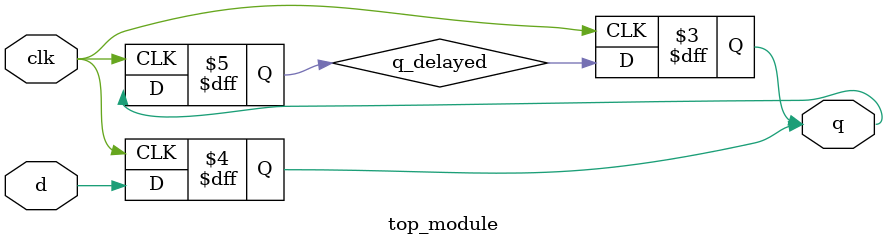
<source format=sv>
module top_module(
	input clk,
	input d,
	output reg q);
  
  reg q_delayed;
  
  always @(posedge clk) begin
    q_delayed <= q;
    q <= d;
  end
  
  always @(negedge clk) begin
    q <= q_delayed;
  end
  
endmodule

</source>
